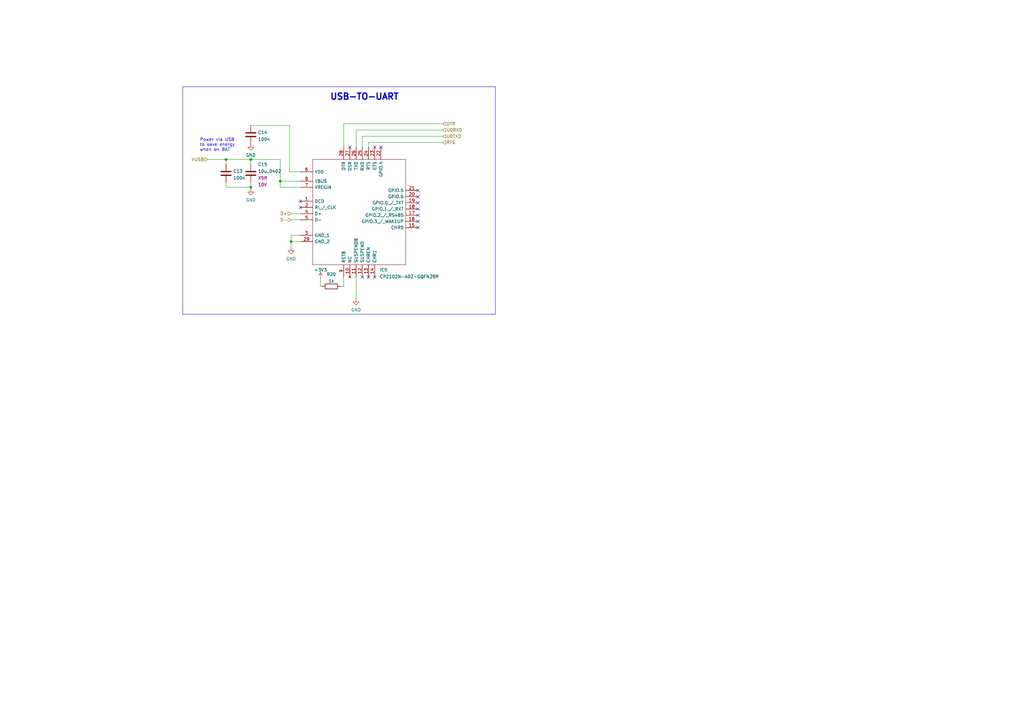
<source format=kicad_sch>
(kicad_sch (version 20230121) (generator eeschema)
  (paper "A3")
  (title_block (title "Tracer") (date "2023-01-08") (rev "G"))
  (lib_symbols
    (symbol "Capacitor_JLC:100n" (pin_numbers hide) (pin_names (offset 0.254))
      (property "Reference" "C" (at 0.635 2.54 0))
      (property "Value" "100n" (at 0.635 -2.54 0))
      (symbol "100n_0_1"
        (polyline (pts (xy -2.032 -0.762) (xy 2.032 -0.762)) (stroke (width 0.508)))
        (polyline (pts (xy -2.032 0.762) (xy 2.032 0.762)) (stroke (width 0.508)))
      )
      (symbol "100n_1_1"
        (pin passive line (at 0 3.81 270) (length 2.794) (name "~") (number "1"))
        (pin passive line (at 0 -3.81 90) (length 2.794) (name "~") (number "2"))
      )
    )
    (symbol "Capacitor_JLC:10u_0402" (pin_numbers hide) (pin_names (offset 0.254))
      (property "Reference" "C" (at 3.175 3.175 0))
      (property "Value" "10u_0402" (at 3.175 1.27 0))
      (property "Type" "X5R" (at 5.08 -3.175 0))
      (property "Voltage" "10V" (at 5.08 -1.27 0))
      (symbol "10u_0402_0_1"
        (polyline (pts (xy -2.032 -0.762) (xy 2.032 -0.762)) (stroke (width 0.508)))
        (polyline (pts (xy -2.032 0.762) (xy 2.032 0.762)) (stroke (width 0.508)))
      )
      (symbol "10u_0402_1_1"
        (pin passive line (at 0 3.81 270) (length 2.794) (name "~") (number "1"))
        (pin passive line (at 0 -3.81 90) (length 2.794) (name "~") (number "2"))
      )
    )
    (symbol "Resistor_JLC:1k" (pin_numbers hide) (pin_names (offset 0))
      (property "Reference" "R" (at 2.032 0 90))
      (property "Value" "1k" (at 0 0 90))
      (symbol "1k_0_1"
        (rectangle (start -1.016 -2.54) (end 1.016 2.54) (stroke (width 0.254)))
      )
      (symbol "1k_1_1"
        (pin passive line (at 0 3.81 270) (length 1.27) (name "~") (number "1"))
        (pin passive line (at 0 -3.81 90) (length 1.27) (name "~") (number "2"))
      )
    )
    (symbol "USB_JLC:CP2102N-A02-GQFN28R" (pin_names (offset 0.762))
      (property "Reference" "IC" (at 44.45 17.78 0))
      (property "Value" "CP2102N-A02-GQFN28R" (at 44.45 15.24 0))
      (symbol "CP2102N-A02-GQFN28R_0_0"
        (pin passive line (at 0 -4.445 0) (length 5.08) (name "DCD") (number "1"))
        (pin no_connect line (at 20.32 -35.56 90) (length 5.08) (name "NC") (number "10"))
        (pin passive line (at 22.86 -35.56 90) (length 5.08) (name "SUSPENDB") (number "11"))
        (pin passive line (at 25.4 -35.56 90) (length 5.08) (name "SUSPEND") (number "12"))
        (pin passive line (at 27.94 -35.56 90) (length 5.08) (name "CHREN") (number "13"))
        (pin passive line (at 30.48 -35.56 90) (length 5.08) (name "CHR1") (number "14"))
        (pin passive line (at 48.26 -15.24 180) (length 5.08) (name "CHR0") (number "15"))
        (pin passive line (at 48.26 -12.7 180) (length 5.08) (name "GPIO.3_/_WAKEUP") (number "16"))
        (pin passive line (at 48.26 -10.16 180) (length 5.08) (name "GPIO.2_/_RS485") (number "17"))
        (pin passive line (at 48.26 -7.62 180) (length 5.08) (name "GPIO.1_/_RXT") (number "18"))
        (pin passive line (at 48.26 -5.08 180) (length 5.08) (name "GPIO.0_/_TXT") (number "19"))
        (pin passive line (at 0 -6.985 0) (length 5.08) (name "RI_/_CLK") (number "2"))
        (pin passive line (at 48.26 -2.54 180) (length 5.08) (name "GPIO.6") (number "20"))
        (pin passive line (at 48.26 0 180) (length 5.08) (name "GPIO.5") (number "21"))
        (pin passive line (at 33.02 17.78 270) (length 5.08) (name "GPIO.4") (number "22"))
        (pin passive line (at 30.48 17.78 270) (length 5.08) (name "CTS") (number "23"))
        (pin passive line (at 27.94 17.78 270) (length 5.08) (name "RTS") (number "24"))
        (pin passive line (at 25.4 17.78 270) (length 5.08) (name "RXD") (number "25"))
        (pin passive line (at 22.86 17.78 270) (length 5.08) (name "TXD") (number "26"))
        (pin passive line (at 20.32 17.78 270) (length 5.08) (name "DSR") (number "27"))
        (pin passive line (at 17.78 17.78 270) (length 5.08) (name "DTR") (number "28"))
        (pin passive line (at 0 -20.955 0) (length 5.08) (name "GND_2") (number "29"))
        (pin passive line (at 0 -18.415 0) (length 5.08) (name "GND_1") (number "3"))
        (pin passive line (at 0 -9.525 0) (length 5.08) (name "D+") (number "4"))
        (pin passive line (at 0 -12.065 0) (length 5.08) (name "D-") (number "5"))
        (pin passive line (at 0 7.62 0) (length 5.08) (name "VDD") (number "6"))
        (pin passive line (at 0 1.27 0) (length 5.08) (name "VREGIN") (number "7"))
        (pin passive line (at 0 3.81 0) (length 5.08) (name "VBUS") (number "8"))
        (pin passive line (at 17.78 -35.56 90) (length 5.08) (name "RSTB") (number "9"))
      )
      (symbol "CP2102N-A02-GQFN28R_0_1"
        (polyline (pts (xy 5.08 12.7) (xy 43.18 12.7) (xy 43.18 -30.48) (xy 5.08 -30.48) (xy 5.08 12.7)) (stroke (width 0.1524)))
      )
    )
    (symbol "power:+3V3" (power) (pin_names (offset 0))
      (property "Value" "+3V3" (at 0 3.556 0))
      (symbol "+3V3_0_1"
        (polyline (pts (xy -0.762 1.27) (xy 0 2.54)))
        (polyline (pts (xy 0 0) (xy 0 2.54)))
        (polyline (pts (xy 0 2.54) (xy 0.762 1.27)))
      )
      (symbol "+3V3_1_1"
        (pin power_in line (at 0 0 90) (length 0) hide (name "+3V3") (number "1"))
      )
    )
    (symbol "power:GND" (power) (pin_names (offset 0))
      (property "Value" "GND" (at 0 -3.81 0))
      (symbol "GND_0_1"
        (polyline (pts (xy 0 0) (xy 0 -1.27) (xy 1.27 -1.27) (xy 0 -2.54) (xy -1.27 -1.27) (xy 0 -1.27)))
      )
      (symbol "GND_1_1"
        (pin power_in line (at 0 0 270) (length 0) hide (name "GND") (number "1"))
      )
    )
  )
  (junction (at 102.87 65.405))
  (junction (at 114.935 74.295))
  (junction (at 119.38 99.06))
  (junction (at 92.71 65.405))
  (junction (at 102.87 76.835))
  (no_connect (at 148.59 113.665))
  (no_connect (at 156.21 60.325))
  (no_connect (at 171.45 78.105))
  (no_connect (at 153.67 60.325))
  (no_connect (at 171.45 90.805))
  (no_connect (at 123.19 82.55))
  (no_connect (at 171.45 80.645))
  (no_connect (at 171.45 85.725))
  (no_connect (at 151.13 113.665))
  (no_connect (at 123.19 85.09))
  (no_connect (at 153.67 113.665))
  (no_connect (at 171.45 83.185))
  (no_connect (at 143.51 60.325))
  (no_connect (at 171.45 88.265))
  (no_connect (at 171.45 93.345))
  (wire (pts (xy 131.445 117.475) (xy 131.445 114.3)))
  (wire (pts (xy 140.97 117.475) (xy 139.7 117.475)))
  (wire (pts (xy 146.05 53.34) (xy 181.61 53.34)))
  (wire (pts (xy 119.38 96.52) (xy 119.38 99.06)))
  (wire (pts (xy 146.05 53.34) (xy 146.05 60.325)))
  (wire (pts (xy 102.87 65.405) (xy 114.935 65.405)))
  (wire (pts (xy 132.08 117.475) (xy 131.445 117.475)))
  (wire (pts (xy 119.38 99.06) (xy 119.38 101.6)))
  (wire (pts (xy 102.87 76.835) (xy 102.87 77.47)))
  (wire (pts (xy 114.935 65.405) (xy 114.935 74.295)))
  (polyline (pts (xy 203.2 128.905) (xy 74.93 128.905)))
  (wire (pts (xy 123.19 70.485) (xy 118.745 70.485)))
  (wire (pts (xy 119.38 87.63) (xy 123.19 87.63)))
  (wire (pts (xy 151.13 58.42) (xy 151.13 60.325)))
  (wire (pts (xy 92.71 65.405) (xy 102.87 65.405)))
  (wire (pts (xy 146.05 113.665) (xy 146.05 122.555)))
  (wire (pts (xy 148.59 55.88) (xy 148.59 60.325)))
  (wire (pts (xy 114.935 76.835) (xy 114.935 74.295)))
  (wire (pts (xy 140.97 50.8) (xy 140.97 60.325)))
  (wire (pts (xy 140.97 113.665) (xy 140.97 117.475)))
  (wire (pts (xy 114.935 74.295) (xy 123.19 74.295)))
  (wire (pts (xy 118.745 51.435) (xy 102.87 51.435)))
  (wire (pts (xy 102.87 74.93) (xy 102.87 76.835)))
  (wire (pts (xy 118.745 70.485) (xy 118.745 51.435)))
  (wire (pts (xy 123.19 99.06) (xy 119.38 99.06)))
  (wire (pts (xy 123.19 76.835) (xy 114.935 76.835)))
  (wire (pts (xy 151.13 58.42) (xy 181.61 58.42)))
  (wire (pts (xy 140.97 50.8) (xy 181.61 50.8)))
  (wire (pts (xy 148.59 55.88) (xy 181.61 55.88)))
  (polyline (pts (xy 203.2 35.56) (xy 203.2 128.905)))
  (wire (pts (xy 102.87 65.405) (xy 102.87 67.31)))
  (wire (pts (xy 92.71 74.93) (xy 92.71 76.835)))
  (wire (pts (xy 85.09 65.405) (xy 92.71 65.405)))
  (polyline (pts (xy 74.93 35.56) (xy 74.93 128.905)))
  (wire (pts (xy 92.71 65.405) (xy 92.71 67.31)))
  (polyline (pts (xy 74.93 35.56) (xy 203.2 35.56)))
  (wire (pts (xy 119.38 90.17) (xy 123.19 90.17)))
  (wire (pts (xy 123.19 96.52) (xy 119.38 96.52)))
  (wire (pts (xy 92.71 76.835) (xy 102.87 76.835)))
  (text "USB-TO-UART" (at 135.255 41.275 0) (effects (font (size 2.54 2.54) (thickness 0.508) bold) (justify left bottom)))
  (text "Power via USB \nto save energy\nwhen on BAT" (at 81.915 62.23 0) (effects (font (size 1.27 1.27)) (justify left bottom)))
  (hierarchical_label "U0TXD" (shape input) (at 181.61 55.88 0))
  (hierarchical_label "D-" (shape input) (at 119.38 90.17 180))
  (hierarchical_label "U0RXD" (shape input) (at 181.61 53.34 0))
  (hierarchical_label "DTR" (shape input) (at 181.61 50.8 0))
  (hierarchical_label "RTS" (shape input) (at 181.61 58.42 0))
  (hierarchical_label "VUSB" (shape input) (at 85.09 65.405 180))
  (hierarchical_label "D+" (shape input) (at 119.38 87.63 180))
  (symbol (lib_id "power:GND") (at 102.87 59.055 0) (unit 1)
    (property "Reference" "#PWR0126" (effects hide))
    (property "Value" "GND" (at 102.87 63.6175 0))
  )
  (symbol (lib_id "power:GND") (at 146.05 122.555 0) (unit 1)
    (property "Reference" "#PWR0128" (effects hide))
    (property "Value" "GND" (at 146.05 127.1175 0))
  )
  (symbol (lib_id "Resistor_JLC:1k") (at 135.89 117.475 90) (unit 1)
    (property "Reference" "R20" (at 135.89 112.4925 90))
    (property "Value" "1k" (at 135.89 115.2676 90))
    (property "Footprint" "Resistor_SMD:R_0402_1005Metric" (effects hide))
    (property "LCSC" "C11702" (effects hide))
  )
  (symbol (lib_id "Capacitor_JLC:100n") (at 92.71 71.12 0) (unit 1)
    (property "Reference" "C13" (at 95.631 70.2115 0) (effects (justify left)))
    (property "Value" "100n" (at 95.631 72.9866 0) (effects (justify left)))
    (property "Footprint" "Capacitor_SMD:C_0402_1005Metric" (effects hide))
    (property "Type" "X7R" (effects hide))
    (property "LCSC" "C307331" (effects hide))
  )
  (symbol (lib_id "Capacitor_JLC:10u_0402") (at 102.87 71.12 0) (unit 1)
    (property "Reference" "C15" (at 105.791 67.4364 0) (effects (justify left)))
    (property "Value" "10u_0402" (at 105.791 70.2115 0) (effects (justify left)))
    (property "Footprint" "Capacitor_SMD:C_0402_1005Metric" (effects hide))
    (property "Type" "X5R" (at 105.791 72.9866 0) (effects (justify left)))
    (property "LCSC" "C315248" (effects hide))
    (property "Voltage" "10V" (at 105.791 75.7617 0) (effects (justify left)))
  )
  (symbol (lib_id "power:GND") (at 119.38 101.6 0) (unit 1)
    (property "Reference" "#PWR0125" (effects hide))
    (property "Value" "GND" (at 119.38 106.1625 0))
  )
  (symbol (lib_id "Capacitor_JLC:100n") (at 102.87 55.245 0) (unit 1)
    (property "Reference" "C14" (at 105.791 54.3365 0) (effects (justify left)))
    (property "Value" "100n" (at 105.791 57.1116 0) (effects (justify left)))
    (property "Footprint" "Capacitor_SMD:C_0402_1005Metric" (effects hide))
    (property "Type" "X7R" (effects hide))
    (property "LCSC" "C307331" (effects hide))
  )
  (symbol (lib_id "USB_JLC:CP2102N-A02-GQFN28R") (at 123.19 78.105 0) (unit 1)
    (property "Reference" "IC5" (at 155.6894 110.6837 0) (effects (justify left)))
    (property "Value" "CP2102N-A02-GQFN28R" (at 155.6894 113.4588 0) (effects (justify left)))
    (property "Footprint" "QFN50P500X500X80-29N-D" (effects hide))
    (property "Datasheet" "https://www.silabs.com/documents/public/data-sheets/cp2102n-datasheet.pdf" (effects hide))
    (property "Description" "USB Interface IC USB to UART bridge - QFN28" (effects hide))
    (property "Height" "0.8" (effects hide))
    (property "Manufacturer_Name" "Silicon Labs" (effects hide))
    (property "Manufacturer_Part_Number" "CP2102N-A02-GQFN28R" (effects hide))
    (property "Mouser Part Number" "634-CP2102NA02QFN28R" (effects hide))
    (property "Mouser Price/Stock" "https://www.mouser.co.uk/ProductDetail/Silicon-Labs/CP2102N-A02-GQFN28R?qs=u16ybLDytRag4qKvSH3fTw%3D%3D" (effects hide))
    (property "Arrow Part Number" "CP2102N-A02-GQFN28R" (effects hide))
    (property "Arrow Price/Stock" "https://www.arrow.com/en/products/cp2102n-a02-gqfn28r/silicon-labs" (effects hide))
    (property "LCSC" "C6568" (effects hide))
  )
  (symbol (lib_id "power:GND") (at 102.87 77.47 0) (unit 1)
    (property "Reference" "#PWR0127" (effects hide))
    (property "Value" "GND" (at 102.87 82.0325 0))
  )
  (symbol (lib_id "power:+3V3") (at 131.445 114.3 0) (unit 1)
    (property "Reference" "#PWR0124" (effects hide))
    (property "Value" "+3V3" (at 131.445 110.6955 0))
  )
)
</source>
